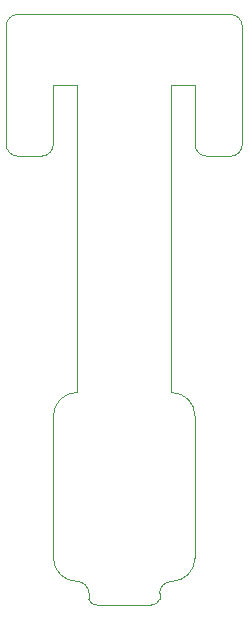
<source format=gbr>
%TF.GenerationSoftware,Altium Limited,Altium Designer,18.1.7 (191)*%
G04 Layer_Color=0*
%FSLAX42Y42*%
%MOMM*%
%TF.FileFunction,Profile,NP*%
%TF.Part,Single*%
G01*
G75*
%TA.AperFunction,Profile*%
%ADD31C,0.03*%
D31*
X-600Y400D02*
Y1600D01*
D02*
G02*
X-400Y1800I200J-0D01*
G01*
X-396Y3952D01*
X-399Y4400D01*
X-600D01*
X-600Y4051D01*
X-600Y3901D01*
Y3901D01*
D02*
G02*
X-700Y3801I-100J0D01*
G01*
X-700D01*
X-900Y3801D01*
D02*
G02*
X-1000Y3901I0J100D01*
G01*
Y4901D01*
D02*
G02*
X-900Y5001I100J-0D01*
G01*
X900Y5000D01*
D02*
G02*
X1000Y4900I0J-100D01*
G01*
Y3900D01*
D02*
G02*
X900Y3800I-100J0D01*
G01*
X700Y3800D01*
X700D01*
D02*
G02*
X600Y3900I0J100D01*
G01*
X600Y4050D01*
X600Y4400D01*
X399D01*
X400Y1800D01*
D02*
G02*
X600Y1600I0J-200D01*
G01*
X600D01*
X600Y400D01*
D02*
G02*
X400Y200I-200J0D01*
G01*
D02*
G03*
X300Y100I0J-100D01*
G01*
X301Y50D01*
D02*
G02*
X230Y0I-67J20D01*
G01*
X-230D01*
D02*
G02*
X-301Y50I-4J70D01*
G01*
X-300Y100D01*
D02*
G03*
X-400Y200I-100J0D01*
G01*
Y200D01*
D02*
G02*
X-600Y400I0J200D01*
G01*
%TF.MD5,6a5b1aaea7978206e6c9da25366a66a9*%
M02*

</source>
